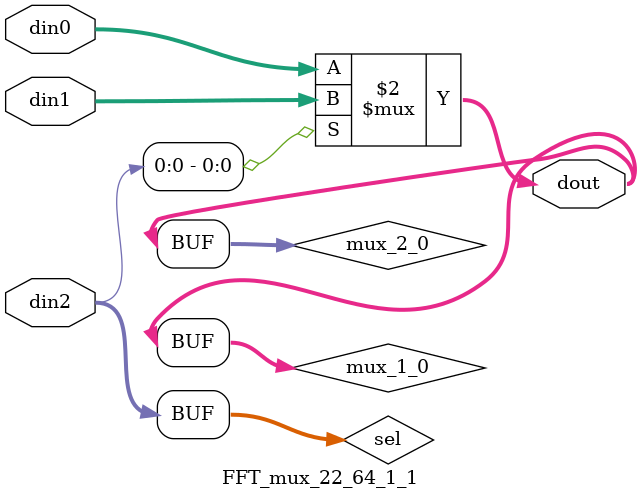
<source format=v>

`timescale 1ns/1ps

module FFT_mux_22_64_1_1 #(
parameter
    ID                = 0,
    NUM_STAGE         = 1,
    din0_WIDTH       = 32,
    din1_WIDTH       = 32,
    din2_WIDTH         = 32,
    dout_WIDTH            = 32
)(
    input  [63 : 0]     din0,
    input  [63 : 0]     din1,
    input  [1 : 0]    din2,
    output [63 : 0]   dout);

// puts internal signals
wire [1 : 0]     sel;
// level 1 signals
wire [63 : 0]         mux_1_0;
// level 2 signals
wire [63 : 0]         mux_2_0;

assign sel = din2;

// Generate level 1 logic
assign mux_1_0 = (sel[0] == 0)? din0 : din1;

// Generate level 2 logic
assign mux_2_0 = mux_1_0;

// output logic
assign dout = mux_2_0;

endmodule

</source>
